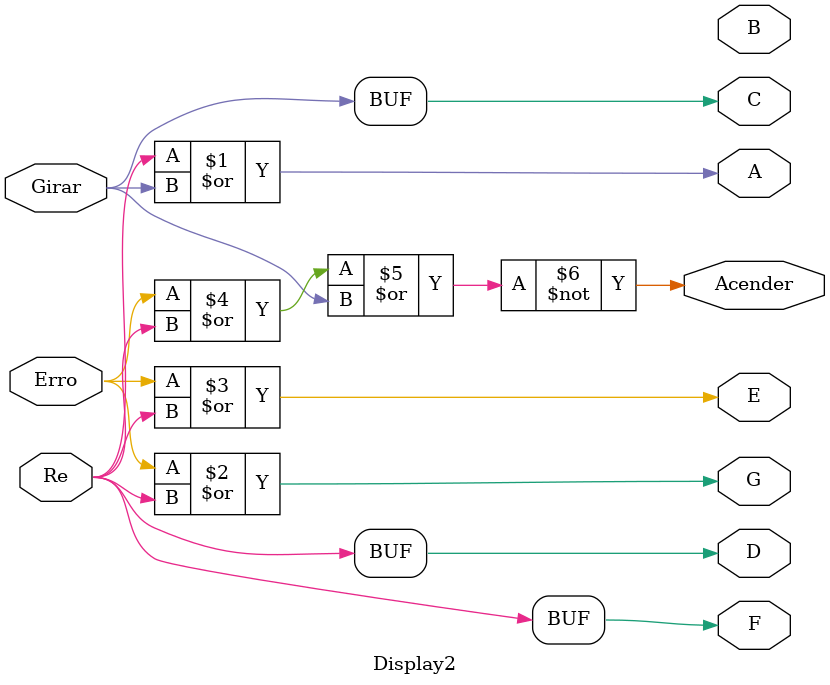
<source format=v>
module Display2(
	input Erro,
	input Re,
	input Girar,
	output A,
	output B,
	output C,
	output D,
	output E,
	output F,
	output G,
	output Acender
);
	or(A, Re, Girar);
	or(F, Re);
	or(G, Erro, Re);
	or(C, Girar);
	or(D, Re);
	or(E, Erro, Re);
	
	nor(Acender, Erro, Re, Girar);
endmodule
</source>
